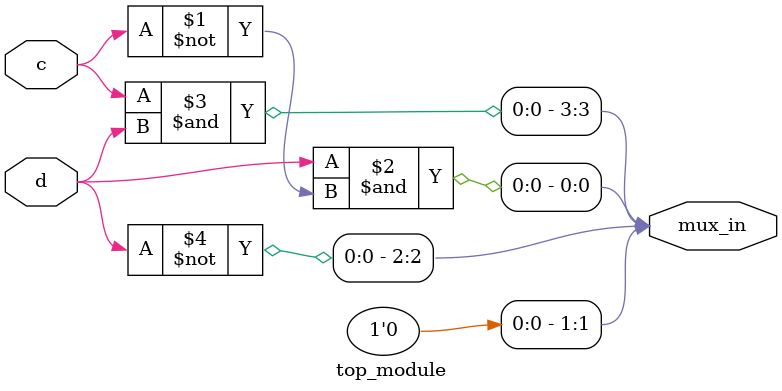
<source format=sv>
module top_module (
    input c,
    input d,
    output [3:0] mux_in
);

    // Assign values based on the provided Karnaugh map

    // ab = 00 -> cd = 00, 01, 11, 10 (values: 0, 1, 1, 1)
    // The value is 1 when: 00 or 10
    assign mux_in[0] = d & ~c;

    // ab = 01 -> cd = 00, 01, 11, 10 (values: 0, 0, 0, 0)
    assign mux_in[1] = 0;

    // ab = 11 -> cd = 00, 01, 11, 10 (values: 0, 0, 1, 0)
    assign mux_in[3] = c & d;

    // ab = 10 -> cd = 00, 01, 11, 10 (values: 1, 0, 1, 1)
    assign mux_in[2] = ~d;

endmodule

</source>
